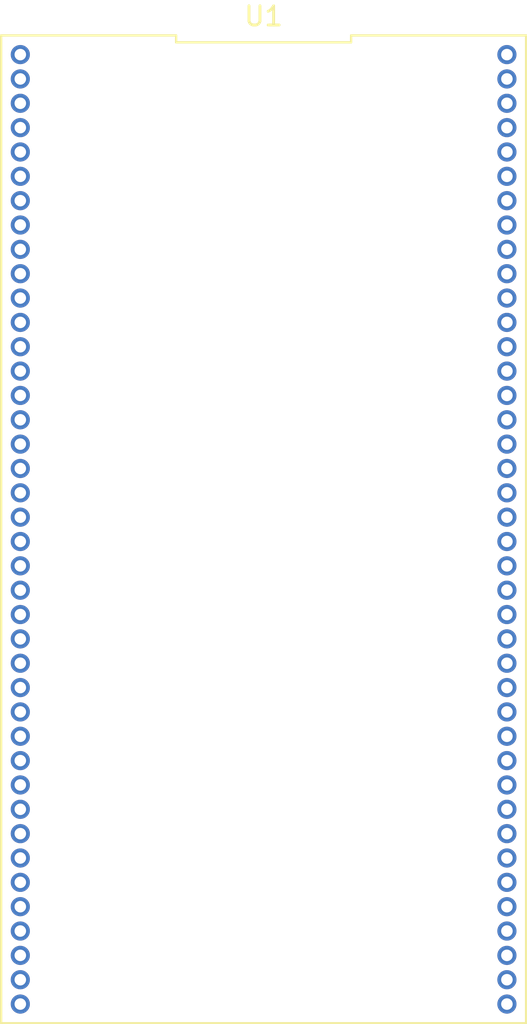
<source format=kicad_pcb>
(kicad_pcb (version 20171130) (host pcbnew "(6.0.0-rc1-dev-1599-gb69065897)")

  (general
    (thickness 1.6)
    (drawings 0)
    (tracks 0)
    (zones 0)
    (modules 1)
    (nets 81)
  )

  (page A4)
  (layers
    (0 F.Cu signal)
    (31 B.Cu signal)
    (32 B.Adhes user)
    (33 F.Adhes user)
    (34 B.Paste user)
    (35 F.Paste user)
    (36 B.SilkS user)
    (37 F.SilkS user)
    (38 B.Mask user)
    (39 F.Mask user)
    (40 Dwgs.User user)
    (41 Cmts.User user)
    (42 Eco1.User user)
    (43 Eco2.User user)
    (44 Edge.Cuts user)
    (45 Margin user)
    (46 B.CrtYd user)
    (47 F.CrtYd user)
    (48 B.Fab user)
    (49 F.Fab user)
  )

  (setup
    (last_trace_width 0.25)
    (trace_clearance 0.2)
    (zone_clearance 0.508)
    (zone_45_only no)
    (trace_min 0.2)
    (via_size 0.8)
    (via_drill 0.4)
    (via_min_size 0.4)
    (via_min_drill 0.3)
    (uvia_size 0.3)
    (uvia_drill 0.1)
    (uvias_allowed no)
    (uvia_min_size 0.2)
    (uvia_min_drill 0.1)
    (edge_width 0.05)
    (segment_width 0.2)
    (pcb_text_width 0.3)
    (pcb_text_size 1.5 1.5)
    (mod_edge_width 0.12)
    (mod_text_size 1 1)
    (mod_text_width 0.15)
    (pad_size 1.524 1.524)
    (pad_drill 0.762)
    (pad_to_mask_clearance 0.051)
    (solder_mask_min_width 0.25)
    (aux_axis_origin 0 0)
    (visible_elements FFFFFF7F)
    (pcbplotparams
      (layerselection 0x010fc_ffffffff)
      (usegerberextensions false)
      (usegerberattributes false)
      (usegerberadvancedattributes false)
      (creategerberjobfile false)
      (excludeedgelayer true)
      (linewidth 0.100000)
      (plotframeref false)
      (viasonmask false)
      (mode 1)
      (useauxorigin false)
      (hpglpennumber 1)
      (hpglpenspeed 20)
      (hpglpendiameter 15.000000)
      (psnegative false)
      (psa4output false)
      (plotreference true)
      (plotvalue true)
      (plotinvisibletext false)
      (padsonsilk false)
      (subtractmaskfromsilk false)
      (outputformat 1)
      (mirror false)
      (drillshape 1)
      (scaleselection 1)
      (outputdirectory ""))
  )

  (net 0 "")
  (net 1 "Net-(U1-Pad40)")
  (net 2 "Net-(U1-Pad41)")
  (net 3 "Net-(U1-Pad39)")
  (net 4 "Net-(U1-Pad42)")
  (net 5 "Net-(U1-Pad38)")
  (net 6 "Net-(U1-Pad43)")
  (net 7 "Net-(U1-Pad37)")
  (net 8 "Net-(U1-Pad44)")
  (net 9 "Net-(U1-Pad36)")
  (net 10 "Net-(U1-Pad45)")
  (net 11 "Net-(U1-Pad35)")
  (net 12 "Net-(U1-Pad46)")
  (net 13 "Net-(U1-Pad34)")
  (net 14 "Net-(U1-Pad47)")
  (net 15 "Net-(U1-Pad33)")
  (net 16 "Net-(U1-Pad48)")
  (net 17 "Net-(U1-Pad32)")
  (net 18 "Net-(U1-Pad49)")
  (net 19 "Net-(U1-Pad31)")
  (net 20 "Net-(U1-Pad50)")
  (net 21 "Net-(U1-Pad30)")
  (net 22 "Net-(U1-Pad51)")
  (net 23 "Net-(U1-Pad29)")
  (net 24 "Net-(U1-Pad52)")
  (net 25 "Net-(U1-Pad28)")
  (net 26 "Net-(U1-Pad53)")
  (net 27 "Net-(U1-Pad27)")
  (net 28 "Net-(U1-Pad54)")
  (net 29 "Net-(U1-Pad26)")
  (net 30 "Net-(U1-Pad55)")
  (net 31 "Net-(U1-Pad25)")
  (net 32 "Net-(U1-Pad56)")
  (net 33 "Net-(U1-Pad24)")
  (net 34 "Net-(U1-Pad57)")
  (net 35 "Net-(U1-Pad23)")
  (net 36 "Net-(U1-Pad58)")
  (net 37 "Net-(U1-Pad22)")
  (net 38 "Net-(U1-Pad59)")
  (net 39 "Net-(U1-Pad21)")
  (net 40 "Net-(U1-Pad60)")
  (net 41 "Net-(U1-Pad20)")
  (net 42 "Net-(U1-Pad61)")
  (net 43 "Net-(U1-Pad19)")
  (net 44 "Net-(U1-Pad62)")
  (net 45 "Net-(U1-Pad18)")
  (net 46 "Net-(U1-Pad63)")
  (net 47 "Net-(U1-Pad17)")
  (net 48 "Net-(U1-Pad64)")
  (net 49 "Net-(U1-Pad16)")
  (net 50 "Net-(U1-Pad65)")
  (net 51 "Net-(U1-Pad15)")
  (net 52 "Net-(U1-Pad66)")
  (net 53 "Net-(U1-Pad14)")
  (net 54 "Net-(U1-Pad67)")
  (net 55 "Net-(U1-Pad13)")
  (net 56 "Net-(U1-Pad68)")
  (net 57 "Net-(U1-Pad12)")
  (net 58 "Net-(U1-Pad69)")
  (net 59 "Net-(U1-Pad11)")
  (net 60 "Net-(U1-Pad70)")
  (net 61 "Net-(U1-Pad10)")
  (net 62 "Net-(U1-Pad71)")
  (net 63 "Net-(U1-Pad9)")
  (net 64 "Net-(U1-Pad72)")
  (net 65 "Net-(U1-Pad8)")
  (net 66 "Net-(U1-Pad73)")
  (net 67 "Net-(U1-Pad7)")
  (net 68 "Net-(U1-Pad74)")
  (net 69 "Net-(U1-Pad6)")
  (net 70 "Net-(U1-Pad75)")
  (net 71 "Net-(U1-Pad5)")
  (net 72 "Net-(U1-Pad76)")
  (net 73 "Net-(U1-Pad4)")
  (net 74 "Net-(U1-Pad77)")
  (net 75 "Net-(U1-Pad3)")
  (net 76 "Net-(U1-Pad78)")
  (net 77 "Net-(U1-Pad2)")
  (net 78 "Net-(U1-Pad79)")
  (net 79 "Net-(U1-Pad1)")
  (net 80 "Net-(U1-Pad80)")

  (net_class Default "This is the default net class."
    (clearance 0.2)
    (trace_width 0.25)
    (via_dia 0.8)
    (via_drill 0.4)
    (uvia_dia 0.3)
    (uvia_drill 0.1)
    (add_net "Net-(U1-Pad1)")
    (add_net "Net-(U1-Pad10)")
    (add_net "Net-(U1-Pad11)")
    (add_net "Net-(U1-Pad12)")
    (add_net "Net-(U1-Pad13)")
    (add_net "Net-(U1-Pad14)")
    (add_net "Net-(U1-Pad15)")
    (add_net "Net-(U1-Pad16)")
    (add_net "Net-(U1-Pad17)")
    (add_net "Net-(U1-Pad18)")
    (add_net "Net-(U1-Pad19)")
    (add_net "Net-(U1-Pad2)")
    (add_net "Net-(U1-Pad20)")
    (add_net "Net-(U1-Pad21)")
    (add_net "Net-(U1-Pad22)")
    (add_net "Net-(U1-Pad23)")
    (add_net "Net-(U1-Pad24)")
    (add_net "Net-(U1-Pad25)")
    (add_net "Net-(U1-Pad26)")
    (add_net "Net-(U1-Pad27)")
    (add_net "Net-(U1-Pad28)")
    (add_net "Net-(U1-Pad29)")
    (add_net "Net-(U1-Pad3)")
    (add_net "Net-(U1-Pad30)")
    (add_net "Net-(U1-Pad31)")
    (add_net "Net-(U1-Pad32)")
    (add_net "Net-(U1-Pad33)")
    (add_net "Net-(U1-Pad34)")
    (add_net "Net-(U1-Pad35)")
    (add_net "Net-(U1-Pad36)")
    (add_net "Net-(U1-Pad37)")
    (add_net "Net-(U1-Pad38)")
    (add_net "Net-(U1-Pad39)")
    (add_net "Net-(U1-Pad4)")
    (add_net "Net-(U1-Pad40)")
    (add_net "Net-(U1-Pad41)")
    (add_net "Net-(U1-Pad42)")
    (add_net "Net-(U1-Pad43)")
    (add_net "Net-(U1-Pad44)")
    (add_net "Net-(U1-Pad45)")
    (add_net "Net-(U1-Pad46)")
    (add_net "Net-(U1-Pad47)")
    (add_net "Net-(U1-Pad48)")
    (add_net "Net-(U1-Pad49)")
    (add_net "Net-(U1-Pad5)")
    (add_net "Net-(U1-Pad50)")
    (add_net "Net-(U1-Pad51)")
    (add_net "Net-(U1-Pad52)")
    (add_net "Net-(U1-Pad53)")
    (add_net "Net-(U1-Pad54)")
    (add_net "Net-(U1-Pad55)")
    (add_net "Net-(U1-Pad56)")
    (add_net "Net-(U1-Pad57)")
    (add_net "Net-(U1-Pad58)")
    (add_net "Net-(U1-Pad59)")
    (add_net "Net-(U1-Pad6)")
    (add_net "Net-(U1-Pad60)")
    (add_net "Net-(U1-Pad61)")
    (add_net "Net-(U1-Pad62)")
    (add_net "Net-(U1-Pad63)")
    (add_net "Net-(U1-Pad64)")
    (add_net "Net-(U1-Pad65)")
    (add_net "Net-(U1-Pad66)")
    (add_net "Net-(U1-Pad67)")
    (add_net "Net-(U1-Pad68)")
    (add_net "Net-(U1-Pad69)")
    (add_net "Net-(U1-Pad7)")
    (add_net "Net-(U1-Pad70)")
    (add_net "Net-(U1-Pad71)")
    (add_net "Net-(U1-Pad72)")
    (add_net "Net-(U1-Pad73)")
    (add_net "Net-(U1-Pad74)")
    (add_net "Net-(U1-Pad75)")
    (add_net "Net-(U1-Pad76)")
    (add_net "Net-(U1-Pad77)")
    (add_net "Net-(U1-Pad78)")
    (add_net "Net-(U1-Pad79)")
    (add_net "Net-(U1-Pad8)")
    (add_net "Net-(U1-Pad80)")
    (add_net "Net-(U1-Pad9)")
  )

  (module S7-Mini:S7-Mini_DIP-80_1000 (layer F.Cu) (tedit 5CAEDC18) (tstamp 5CB0015F)
    (at 53.5 71)
    (path /5CAFFF8F)
    (fp_text reference U1 (at 0 -26.765) (layer F.SilkS)
      (effects (font (size 1 1) (thickness 0.15)))
    )
    (fp_text value S7-Mini-DIP80 (at 0 0 270) (layer F.Fab)
      (effects (font (size 1 1) (thickness 0.15)))
    )
    (fp_line (start -0.15 -0.15) (end 0.15 -0.15) (layer F.CrtYd) (width 0.05))
    (fp_line (start -0.15 0.15) (end -0.15 -0.15) (layer F.CrtYd) (width 0.05))
    (fp_line (start 0.15 0.15) (end -0.15 0.15) (layer F.CrtYd) (width 0.05))
    (fp_line (start 0.15 -0.15) (end 0.15 0.15) (layer F.CrtYd) (width 0.05))
    (fp_line (start -4.566666 -25.765) (end -13.699999 -25.765) (layer F.SilkS) (width 0.12))
    (fp_line (start -4.566666 -25.405) (end -4.566666 -25.765) (layer F.SilkS) (width 0.12))
    (fp_line (start 4.566666 -25.405) (end -4.566666 -25.405) (layer F.SilkS) (width 0.12))
    (fp_line (start 4.566666 -25.765) (end 4.566666 -25.405) (layer F.SilkS) (width 0.12))
    (fp_line (start 13.7 -25.765) (end 4.566666 -25.765) (layer F.SilkS) (width 0.12))
    (fp_line (start 13.699999 25.765) (end 13.7 -25.765) (layer F.SilkS) (width 0.12))
    (fp_line (start -13.7 25.765) (end 13.699999 25.765) (layer F.SilkS) (width 0.12))
    (fp_line (start -13.699999 -25.765) (end -13.7 25.765) (layer F.SilkS) (width 0.12))
    (pad 40 thru_hole circle (at -12.7 24.765 270) (size 1 1) (drill 0.6) (layers *.Cu *.Mask)
      (net 1 "Net-(U1-Pad40)"))
    (pad 41 thru_hole circle (at 12.7 24.765 270) (size 1 1) (drill 0.6) (layers *.Cu *.Mask)
      (net 2 "Net-(U1-Pad41)"))
    (pad 39 thru_hole circle (at -12.7 23.495 270) (size 1 1) (drill 0.6) (layers *.Cu *.Mask)
      (net 3 "Net-(U1-Pad39)"))
    (pad 42 thru_hole circle (at 12.7 23.495 270) (size 1 1) (drill 0.6) (layers *.Cu *.Mask)
      (net 4 "Net-(U1-Pad42)"))
    (pad 38 thru_hole circle (at -12.7 22.225 270) (size 1 1) (drill 0.6) (layers *.Cu *.Mask)
      (net 5 "Net-(U1-Pad38)"))
    (pad 43 thru_hole circle (at 12.7 22.225 270) (size 1 1) (drill 0.6) (layers *.Cu *.Mask)
      (net 6 "Net-(U1-Pad43)"))
    (pad 37 thru_hole circle (at -12.7 20.955 270) (size 1 1) (drill 0.6) (layers *.Cu *.Mask)
      (net 7 "Net-(U1-Pad37)"))
    (pad 44 thru_hole circle (at 12.7 20.955 270) (size 1 1) (drill 0.6) (layers *.Cu *.Mask)
      (net 8 "Net-(U1-Pad44)"))
    (pad 36 thru_hole circle (at -12.7 19.685 270) (size 1 1) (drill 0.6) (layers *.Cu *.Mask)
      (net 9 "Net-(U1-Pad36)"))
    (pad 45 thru_hole circle (at 12.7 19.685 270) (size 1 1) (drill 0.6) (layers *.Cu *.Mask)
      (net 10 "Net-(U1-Pad45)"))
    (pad 35 thru_hole circle (at -12.7 18.415 270) (size 1 1) (drill 0.6) (layers *.Cu *.Mask)
      (net 11 "Net-(U1-Pad35)"))
    (pad 46 thru_hole circle (at 12.7 18.415 270) (size 1 1) (drill 0.6) (layers *.Cu *.Mask)
      (net 12 "Net-(U1-Pad46)"))
    (pad 34 thru_hole circle (at -12.7 17.145 270) (size 1 1) (drill 0.6) (layers *.Cu *.Mask)
      (net 13 "Net-(U1-Pad34)"))
    (pad 47 thru_hole circle (at 12.7 17.145 270) (size 1 1) (drill 0.6) (layers *.Cu *.Mask)
      (net 14 "Net-(U1-Pad47)"))
    (pad 33 thru_hole circle (at -12.7 15.875 270) (size 1 1) (drill 0.6) (layers *.Cu *.Mask)
      (net 15 "Net-(U1-Pad33)"))
    (pad 48 thru_hole circle (at 12.7 15.875 270) (size 1 1) (drill 0.6) (layers *.Cu *.Mask)
      (net 16 "Net-(U1-Pad48)"))
    (pad 32 thru_hole circle (at -12.7 14.605 270) (size 1 1) (drill 0.6) (layers *.Cu *.Mask)
      (net 17 "Net-(U1-Pad32)"))
    (pad 49 thru_hole circle (at 12.7 14.605 270) (size 1 1) (drill 0.6) (layers *.Cu *.Mask)
      (net 18 "Net-(U1-Pad49)"))
    (pad 31 thru_hole circle (at -12.7 13.335 270) (size 1 1) (drill 0.6) (layers *.Cu *.Mask)
      (net 19 "Net-(U1-Pad31)"))
    (pad 50 thru_hole circle (at 12.7 13.335 270) (size 1 1) (drill 0.6) (layers *.Cu *.Mask)
      (net 20 "Net-(U1-Pad50)"))
    (pad 30 thru_hole circle (at -12.7 12.065 270) (size 1 1) (drill 0.6) (layers *.Cu *.Mask)
      (net 21 "Net-(U1-Pad30)"))
    (pad 51 thru_hole circle (at 12.7 12.065 270) (size 1 1) (drill 0.6) (layers *.Cu *.Mask)
      (net 22 "Net-(U1-Pad51)"))
    (pad 29 thru_hole circle (at -12.7 10.795 270) (size 1 1) (drill 0.6) (layers *.Cu *.Mask)
      (net 23 "Net-(U1-Pad29)"))
    (pad 52 thru_hole circle (at 12.7 10.795 270) (size 1 1) (drill 0.6) (layers *.Cu *.Mask)
      (net 24 "Net-(U1-Pad52)"))
    (pad 28 thru_hole circle (at -12.7 9.525 270) (size 1 1) (drill 0.6) (layers *.Cu *.Mask)
      (net 25 "Net-(U1-Pad28)"))
    (pad 53 thru_hole circle (at 12.7 9.525 270) (size 1 1) (drill 0.6) (layers *.Cu *.Mask)
      (net 26 "Net-(U1-Pad53)"))
    (pad 27 thru_hole circle (at -12.7 8.255 270) (size 1 1) (drill 0.6) (layers *.Cu *.Mask)
      (net 27 "Net-(U1-Pad27)"))
    (pad 54 thru_hole circle (at 12.7 8.255 270) (size 1 1) (drill 0.6) (layers *.Cu *.Mask)
      (net 28 "Net-(U1-Pad54)"))
    (pad 26 thru_hole circle (at -12.7 6.985 270) (size 1 1) (drill 0.6) (layers *.Cu *.Mask)
      (net 29 "Net-(U1-Pad26)"))
    (pad 55 thru_hole circle (at 12.7 6.985 270) (size 1 1) (drill 0.6) (layers *.Cu *.Mask)
      (net 30 "Net-(U1-Pad55)"))
    (pad 25 thru_hole circle (at -12.7 5.715 270) (size 1 1) (drill 0.6) (layers *.Cu *.Mask)
      (net 31 "Net-(U1-Pad25)"))
    (pad 56 thru_hole circle (at 12.7 5.715 270) (size 1 1) (drill 0.6) (layers *.Cu *.Mask)
      (net 32 "Net-(U1-Pad56)"))
    (pad 24 thru_hole circle (at -12.7 4.445 270) (size 1 1) (drill 0.6) (layers *.Cu *.Mask)
      (net 33 "Net-(U1-Pad24)"))
    (pad 57 thru_hole circle (at 12.7 4.445 270) (size 1 1) (drill 0.6) (layers *.Cu *.Mask)
      (net 34 "Net-(U1-Pad57)"))
    (pad 23 thru_hole circle (at -12.7 3.175 270) (size 1 1) (drill 0.6) (layers *.Cu *.Mask)
      (net 35 "Net-(U1-Pad23)"))
    (pad 58 thru_hole circle (at 12.7 3.175 270) (size 1 1) (drill 0.6) (layers *.Cu *.Mask)
      (net 36 "Net-(U1-Pad58)"))
    (pad 22 thru_hole circle (at -12.7 1.905 270) (size 1 1) (drill 0.6) (layers *.Cu *.Mask)
      (net 37 "Net-(U1-Pad22)"))
    (pad 59 thru_hole circle (at 12.7 1.905 270) (size 1 1) (drill 0.6) (layers *.Cu *.Mask)
      (net 38 "Net-(U1-Pad59)"))
    (pad 21 thru_hole circle (at -12.7 0.635 270) (size 1 1) (drill 0.6) (layers *.Cu *.Mask)
      (net 39 "Net-(U1-Pad21)"))
    (pad 60 thru_hole circle (at 12.7 0.635 270) (size 1 1) (drill 0.6) (layers *.Cu *.Mask)
      (net 40 "Net-(U1-Pad60)"))
    (pad 20 thru_hole circle (at -12.7 -0.635 270) (size 1 1) (drill 0.6) (layers *.Cu *.Mask)
      (net 41 "Net-(U1-Pad20)"))
    (pad 61 thru_hole circle (at 12.7 -0.635 270) (size 1 1) (drill 0.6) (layers *.Cu *.Mask)
      (net 42 "Net-(U1-Pad61)"))
    (pad 19 thru_hole circle (at -12.7 -1.905 270) (size 1 1) (drill 0.6) (layers *.Cu *.Mask)
      (net 43 "Net-(U1-Pad19)"))
    (pad 62 thru_hole circle (at 12.7 -1.905 270) (size 1 1) (drill 0.6) (layers *.Cu *.Mask)
      (net 44 "Net-(U1-Pad62)"))
    (pad 18 thru_hole circle (at -12.7 -3.175 270) (size 1 1) (drill 0.6) (layers *.Cu *.Mask)
      (net 45 "Net-(U1-Pad18)"))
    (pad 63 thru_hole circle (at 12.7 -3.175 270) (size 1 1) (drill 0.6) (layers *.Cu *.Mask)
      (net 46 "Net-(U1-Pad63)"))
    (pad 17 thru_hole circle (at -12.7 -4.445 270) (size 1 1) (drill 0.6) (layers *.Cu *.Mask)
      (net 47 "Net-(U1-Pad17)"))
    (pad 64 thru_hole circle (at 12.7 -4.445 270) (size 1 1) (drill 0.6) (layers *.Cu *.Mask)
      (net 48 "Net-(U1-Pad64)"))
    (pad 16 thru_hole circle (at -12.7 -5.715 270) (size 1 1) (drill 0.6) (layers *.Cu *.Mask)
      (net 49 "Net-(U1-Pad16)"))
    (pad 65 thru_hole circle (at 12.7 -5.715 270) (size 1 1) (drill 0.6) (layers *.Cu *.Mask)
      (net 50 "Net-(U1-Pad65)"))
    (pad 15 thru_hole circle (at -12.7 -6.985 270) (size 1 1) (drill 0.6) (layers *.Cu *.Mask)
      (net 51 "Net-(U1-Pad15)"))
    (pad 66 thru_hole circle (at 12.7 -6.985 270) (size 1 1) (drill 0.6) (layers *.Cu *.Mask)
      (net 52 "Net-(U1-Pad66)"))
    (pad 14 thru_hole circle (at -12.7 -8.255 270) (size 1 1) (drill 0.6) (layers *.Cu *.Mask)
      (net 53 "Net-(U1-Pad14)"))
    (pad 67 thru_hole circle (at 12.7 -8.255 270) (size 1 1) (drill 0.6) (layers *.Cu *.Mask)
      (net 54 "Net-(U1-Pad67)"))
    (pad 13 thru_hole circle (at -12.7 -9.525 270) (size 1 1) (drill 0.6) (layers *.Cu *.Mask)
      (net 55 "Net-(U1-Pad13)"))
    (pad 68 thru_hole circle (at 12.7 -9.525 270) (size 1 1) (drill 0.6) (layers *.Cu *.Mask)
      (net 56 "Net-(U1-Pad68)"))
    (pad 12 thru_hole circle (at -12.7 -10.795 270) (size 1 1) (drill 0.6) (layers *.Cu *.Mask)
      (net 57 "Net-(U1-Pad12)"))
    (pad 69 thru_hole circle (at 12.7 -10.795 270) (size 1 1) (drill 0.6) (layers *.Cu *.Mask)
      (net 58 "Net-(U1-Pad69)"))
    (pad 11 thru_hole circle (at -12.7 -12.065 270) (size 1 1) (drill 0.6) (layers *.Cu *.Mask)
      (net 59 "Net-(U1-Pad11)"))
    (pad 70 thru_hole circle (at 12.7 -12.065 270) (size 1 1) (drill 0.6) (layers *.Cu *.Mask)
      (net 60 "Net-(U1-Pad70)"))
    (pad 10 thru_hole circle (at -12.7 -13.335 270) (size 1 1) (drill 0.6) (layers *.Cu *.Mask)
      (net 61 "Net-(U1-Pad10)"))
    (pad 71 thru_hole circle (at 12.7 -13.335 270) (size 1 1) (drill 0.6) (layers *.Cu *.Mask)
      (net 62 "Net-(U1-Pad71)"))
    (pad 9 thru_hole circle (at -12.7 -14.605 270) (size 1 1) (drill 0.6) (layers *.Cu *.Mask)
      (net 63 "Net-(U1-Pad9)"))
    (pad 72 thru_hole circle (at 12.7 -14.605 270) (size 1 1) (drill 0.6) (layers *.Cu *.Mask)
      (net 64 "Net-(U1-Pad72)"))
    (pad 8 thru_hole circle (at -12.7 -15.875 270) (size 1 1) (drill 0.6) (layers *.Cu *.Mask)
      (net 65 "Net-(U1-Pad8)"))
    (pad 73 thru_hole circle (at 12.7 -15.875 270) (size 1 1) (drill 0.6) (layers *.Cu *.Mask)
      (net 66 "Net-(U1-Pad73)"))
    (pad 7 thru_hole circle (at -12.7 -17.145 270) (size 1 1) (drill 0.6) (layers *.Cu *.Mask)
      (net 67 "Net-(U1-Pad7)"))
    (pad 74 thru_hole circle (at 12.7 -17.145 270) (size 1 1) (drill 0.6) (layers *.Cu *.Mask)
      (net 68 "Net-(U1-Pad74)"))
    (pad 6 thru_hole circle (at -12.7 -18.415 270) (size 1 1) (drill 0.6) (layers *.Cu *.Mask)
      (net 69 "Net-(U1-Pad6)"))
    (pad 75 thru_hole circle (at 12.7 -18.415 270) (size 1 1) (drill 0.6) (layers *.Cu *.Mask)
      (net 70 "Net-(U1-Pad75)"))
    (pad 5 thru_hole circle (at -12.7 -19.685 270) (size 1 1) (drill 0.6) (layers *.Cu *.Mask)
      (net 71 "Net-(U1-Pad5)"))
    (pad 76 thru_hole circle (at 12.7 -19.685 270) (size 1 1) (drill 0.6) (layers *.Cu *.Mask)
      (net 72 "Net-(U1-Pad76)"))
    (pad 4 thru_hole circle (at -12.7 -20.955 270) (size 1 1) (drill 0.6) (layers *.Cu *.Mask)
      (net 73 "Net-(U1-Pad4)"))
    (pad 77 thru_hole circle (at 12.7 -20.955 270) (size 1 1) (drill 0.6) (layers *.Cu *.Mask)
      (net 74 "Net-(U1-Pad77)"))
    (pad 3 thru_hole circle (at -12.7 -22.225 270) (size 1 1) (drill 0.6) (layers *.Cu *.Mask)
      (net 75 "Net-(U1-Pad3)"))
    (pad 78 thru_hole circle (at 12.7 -22.225 270) (size 1 1) (drill 0.6) (layers *.Cu *.Mask)
      (net 76 "Net-(U1-Pad78)"))
    (pad 2 thru_hole circle (at -12.7 -23.495 270) (size 1 1) (drill 0.6) (layers *.Cu *.Mask)
      (net 77 "Net-(U1-Pad2)"))
    (pad 79 thru_hole circle (at 12.7 -23.495 270) (size 1 1) (drill 0.6) (layers *.Cu *.Mask)
      (net 78 "Net-(U1-Pad79)"))
    (pad 1 thru_hole circle (at -12.7 -24.765 270) (size 1 1) (drill 0.6) (layers *.Cu *.Mask)
      (net 79 "Net-(U1-Pad1)"))
    (pad 80 thru_hole circle (at 12.7 -24.765 270) (size 1 1) (drill 0.6) (layers *.Cu *.Mask)
      (net 80 "Net-(U1-Pad80)"))
  )

)

</source>
